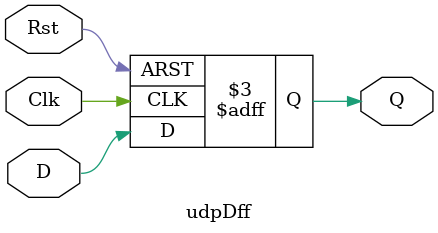
<source format=v>
module udpDff (output Q,input D,input Clk,input Rst);
  reg Q;
  always @(posedge Clk or posedge Rst)begin
    if (!Rst) begin
    	Q = D;  
    end
    else begin
      Q = 0;
    end
  end
endmodule
</source>
